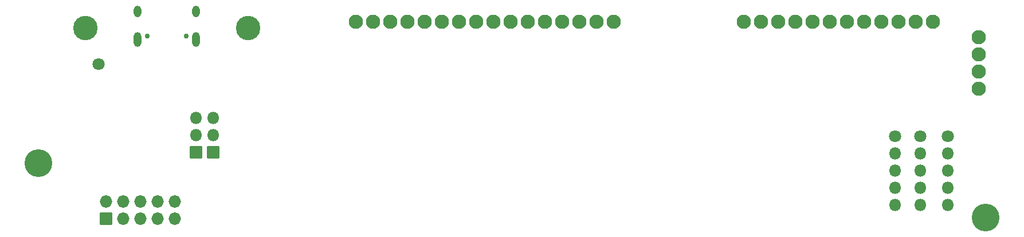
<source format=gbr>
G04 #@! TF.GenerationSoftware,KiCad,Pcbnew,(6.0.0-0)*
G04 #@! TF.CreationDate,2022-01-14T02:26:37+01:00*
G04 #@! TF.ProjectId,modelh,6d6f6465-6c68-42e6-9b69-6361645f7063,v0.1*
G04 #@! TF.SameCoordinates,Original*
G04 #@! TF.FileFunction,Soldermask,Bot*
G04 #@! TF.FilePolarity,Negative*
%FSLAX46Y46*%
G04 Gerber Fmt 4.6, Leading zero omitted, Abs format (unit mm)*
G04 Created by KiCad (PCBNEW (6.0.0-0)) date 2022-01-14 02:26:37*
%MOMM*%
%LPD*%
G01*
G04 APERTURE LIST*
G04 Aperture macros list*
%AMRoundRect*
0 Rectangle with rounded corners*
0 $1 Rounding radius*
0 $2 $3 $4 $5 $6 $7 $8 $9 X,Y pos of 4 corners*
0 Add a 4 corners polygon primitive as box body*
4,1,4,$2,$3,$4,$5,$6,$7,$8,$9,$2,$3,0*
0 Add four circle primitives for the rounded corners*
1,1,$1+$1,$2,$3*
1,1,$1+$1,$4,$5*
1,1,$1+$1,$6,$7*
1,1,$1+$1,$8,$9*
0 Add four rect primitives between the rounded corners*
20,1,$1+$1,$2,$3,$4,$5,0*
20,1,$1+$1,$4,$5,$6,$7,0*
20,1,$1+$1,$6,$7,$8,$9,0*
20,1,$1+$1,$8,$9,$2,$3,0*%
G04 Aperture macros list end*
%ADD10C,2.101600*%
%ADD11C,3.601600*%
%ADD12C,4.101600*%
%ADD13RoundRect,0.050800X0.863600X-0.863600X0.863600X0.863600X-0.863600X0.863600X-0.863600X-0.863600X0*%
%ADD14O,1.828800X1.828800*%
%ADD15RoundRect,0.050800X0.850000X0.850000X-0.850000X0.850000X-0.850000X-0.850000X0.850000X-0.850000X0*%
%ADD16O,1.801600X1.801600*%
%ADD17C,1.801600*%
%ADD18C,0.751600*%
%ADD19O,1.101600X1.701600*%
%ADD20O,1.101600X2.201600*%
G04 APERTURE END LIST*
D10*
X208750000Y-60920000D03*
X208750000Y-58380000D03*
X208750000Y-55840000D03*
X208750000Y-53300000D03*
X201930000Y-51000000D03*
X199390000Y-51000000D03*
X196850000Y-51000000D03*
X194310000Y-51000000D03*
X191770000Y-51000000D03*
X189230000Y-51000000D03*
X186690000Y-51000000D03*
X184150000Y-51000000D03*
X181610000Y-51000000D03*
X179070000Y-51000000D03*
X176530000Y-51000000D03*
X173990000Y-51000000D03*
X154800000Y-51000000D03*
X152260000Y-51000000D03*
X149720000Y-51000000D03*
X147180000Y-51000000D03*
X144640000Y-51000000D03*
X142100000Y-51000000D03*
X139560000Y-51000000D03*
X137020000Y-51000000D03*
X134480000Y-51000000D03*
X131940000Y-51000000D03*
X129400000Y-51000000D03*
X126860000Y-51000000D03*
X124320000Y-51000000D03*
X121780000Y-51000000D03*
X119240000Y-51000000D03*
X116700000Y-51000000D03*
D11*
X76770000Y-51990000D03*
X100770000Y-51990000D03*
D12*
X69770000Y-71990000D03*
X209770000Y-79990000D03*
D13*
X79770000Y-80140000D03*
D14*
X79770000Y-77600000D03*
X82310000Y-80140000D03*
X82310000Y-77600000D03*
X84850000Y-80140000D03*
X84850000Y-77600000D03*
X87390000Y-80140000D03*
X87390000Y-77600000D03*
X89930000Y-80140000D03*
X89930000Y-77600000D03*
D15*
X95610000Y-70340000D03*
X93070000Y-70340000D03*
D16*
X95610000Y-67800000D03*
X93070000Y-67800000D03*
X95610000Y-65260000D03*
X93070000Y-65260000D03*
D17*
X204170000Y-67940000D03*
D16*
X204170000Y-70480000D03*
X204170000Y-73020000D03*
X204170000Y-75560000D03*
X204170000Y-78100000D03*
D17*
X200070000Y-67940000D03*
D16*
X200070000Y-70480000D03*
X200070000Y-73020000D03*
X200070000Y-75560000D03*
X200070000Y-78100000D03*
D17*
X196370000Y-67940000D03*
D16*
X196370000Y-70480000D03*
X196370000Y-73020000D03*
X196370000Y-75560000D03*
X196370000Y-78100000D03*
D17*
X78670000Y-57340000D03*
D18*
X85880000Y-53140000D03*
X91660000Y-53140000D03*
D19*
X84450000Y-49490000D03*
D20*
X84450000Y-53670000D03*
X93090000Y-53670000D03*
D19*
X93090000Y-49490000D03*
M02*

</source>
